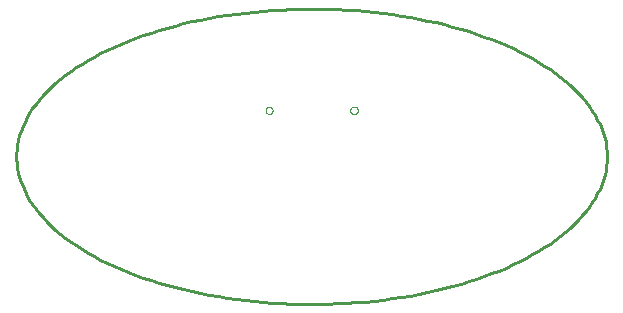
<source format=gtl>
G04 EAGLE Gerber RS-274X export*
G75*
%MOMM*%
%FSLAX34Y34*%
%LPD*%
%IN13_Board Dimensions*%
%IPPOS*%
%AMOC8*
5,1,8,0,0,1.08239X$1,22.5*%
G01*
%ADD10C,0.001000*%
%ADD11C,0.000000*%
%ADD12C,0.254000*%


D10*
X500000Y125000D02*
X499875Y128946D01*
X499502Y132888D01*
X498879Y136823D01*
X498009Y140745D01*
X496891Y144652D01*
X495527Y148539D01*
X493919Y152403D01*
X492067Y156239D01*
X489974Y160044D01*
X487642Y163815D01*
X485073Y167546D01*
X482269Y171236D01*
X479234Y174879D01*
X475971Y178472D01*
X472482Y182012D01*
X468772Y185496D01*
X464843Y188919D01*
X460701Y192278D01*
X456348Y195570D01*
X451789Y198792D01*
X447030Y201940D01*
X442074Y205012D01*
X436926Y208004D01*
X431592Y210913D01*
X426078Y213737D01*
X420387Y216472D01*
X414527Y219115D01*
X408503Y221665D01*
X402321Y224119D01*
X395987Y226474D01*
X389507Y228728D01*
X382889Y230878D01*
X376138Y232923D01*
X369261Y234860D01*
X362265Y236688D01*
X355158Y238404D01*
X347945Y240007D01*
X340635Y241496D01*
X333235Y242869D01*
X325751Y244124D01*
X318192Y245260D01*
X310566Y246276D01*
X302878Y247172D01*
X295138Y247946D01*
X287354Y248597D01*
X279531Y249125D01*
X271680Y249529D01*
X263807Y249809D01*
X255920Y249965D01*
X248027Y249996D01*
X240136Y249903D01*
X232255Y249685D01*
X224391Y249343D01*
X216553Y248876D01*
X208749Y248287D01*
X200986Y247574D01*
X193271Y246739D01*
X185613Y245783D01*
X178019Y244707D01*
X170497Y243511D01*
X163054Y242197D01*
X155698Y240766D01*
X148436Y239220D01*
X141275Y237560D01*
X134223Y235788D01*
X127286Y233905D01*
X120471Y231914D01*
X113785Y229816D01*
X107235Y227614D01*
X100828Y225309D01*
X94569Y222905D01*
X88465Y220402D01*
X82522Y217805D01*
X76746Y215115D01*
X71143Y212336D01*
X65718Y209469D01*
X60476Y206518D01*
X55424Y203486D01*
X50566Y200376D01*
X45906Y197190D01*
X41450Y193933D01*
X37202Y190607D01*
X33166Y187215D01*
X29346Y183761D01*
X25746Y180249D01*
X22369Y176682D01*
X19219Y173063D01*
X16300Y169397D01*
X13613Y165686D01*
X11162Y161934D01*
X8949Y158146D01*
X6977Y154325D01*
X5246Y150474D01*
X3760Y146598D01*
X2519Y142701D01*
X1525Y138785D01*
X778Y134857D01*
X280Y130918D01*
X31Y126973D01*
X31Y123027D01*
X280Y119082D01*
X778Y115143D01*
X1525Y111215D01*
X2519Y107299D01*
X3760Y103402D01*
X5246Y99526D01*
X6977Y95675D01*
X8949Y91854D01*
X11162Y88066D01*
X13613Y84314D01*
X16300Y80603D01*
X19219Y76937D01*
X22369Y73318D01*
X25746Y69751D01*
X29346Y66239D01*
X33166Y62785D01*
X37202Y59394D01*
X41450Y56067D01*
X45906Y52810D01*
X50566Y49624D01*
X55424Y46514D01*
X60476Y43482D01*
X65718Y40531D01*
X71143Y37664D01*
X76746Y34885D01*
X82522Y32195D01*
X88465Y29598D01*
X94569Y27096D01*
X100828Y24691D01*
X107235Y22386D01*
X113785Y20184D01*
X120471Y18086D01*
X127286Y16095D01*
X134223Y14212D01*
X141275Y12440D01*
X148436Y10780D01*
X155698Y9234D01*
X163054Y7803D01*
X170497Y6489D01*
X178019Y5293D01*
X185613Y4217D01*
X193271Y3261D01*
X200986Y2426D01*
X208749Y1713D01*
X216553Y1124D01*
X224391Y658D01*
X232255Y315D01*
X240136Y97D01*
X248027Y4D01*
X255920Y35D01*
X263807Y191D01*
X271680Y471D01*
X279531Y875D01*
X287354Y1403D01*
X295138Y2054D01*
X302878Y2828D01*
X310566Y3724D01*
X318192Y4740D01*
X325751Y5876D01*
X333235Y7131D01*
X340635Y8504D01*
X347945Y9993D01*
X355158Y11596D01*
X362265Y13312D01*
X369261Y15140D01*
X376138Y17077D01*
X382889Y19122D01*
X389507Y21272D01*
X395987Y23526D01*
X402321Y25881D01*
X408503Y28335D01*
X414527Y30885D01*
X420387Y33529D01*
X426078Y36264D01*
X431592Y39087D01*
X436926Y41996D01*
X442074Y44988D01*
X447030Y48060D01*
X451789Y51208D01*
X456348Y54430D01*
X460701Y57722D01*
X464843Y61081D01*
X468772Y64504D01*
X472482Y67988D01*
X475971Y71528D01*
X479234Y75121D01*
X482269Y78764D01*
X485073Y82454D01*
X487642Y86185D01*
X489974Y89956D01*
X492067Y93761D01*
X493919Y97597D01*
X495527Y101461D01*
X496891Y105348D01*
X498009Y109255D01*
X498879Y113178D01*
X499502Y117112D01*
X499875Y121054D01*
X500000Y125000D01*
D11*
X282750Y164000D02*
X282752Y164113D01*
X282758Y164227D01*
X282768Y164340D01*
X282782Y164452D01*
X282799Y164564D01*
X282821Y164676D01*
X282847Y164786D01*
X282876Y164896D01*
X282909Y165004D01*
X282946Y165112D01*
X282987Y165217D01*
X283031Y165322D01*
X283079Y165425D01*
X283130Y165526D01*
X283185Y165625D01*
X283244Y165722D01*
X283306Y165817D01*
X283371Y165910D01*
X283439Y166001D01*
X283510Y166089D01*
X283585Y166175D01*
X283662Y166258D01*
X283742Y166338D01*
X283825Y166415D01*
X283911Y166490D01*
X283999Y166561D01*
X284090Y166629D01*
X284183Y166694D01*
X284278Y166756D01*
X284375Y166815D01*
X284474Y166870D01*
X284575Y166921D01*
X284678Y166969D01*
X284783Y167013D01*
X284888Y167054D01*
X284996Y167091D01*
X285104Y167124D01*
X285214Y167153D01*
X285324Y167179D01*
X285436Y167201D01*
X285548Y167218D01*
X285660Y167232D01*
X285773Y167242D01*
X285887Y167248D01*
X286000Y167250D01*
X286113Y167248D01*
X286227Y167242D01*
X286340Y167232D01*
X286452Y167218D01*
X286564Y167201D01*
X286676Y167179D01*
X286786Y167153D01*
X286896Y167124D01*
X287004Y167091D01*
X287112Y167054D01*
X287217Y167013D01*
X287322Y166969D01*
X287425Y166921D01*
X287526Y166870D01*
X287625Y166815D01*
X287722Y166756D01*
X287817Y166694D01*
X287910Y166629D01*
X288001Y166561D01*
X288089Y166490D01*
X288175Y166415D01*
X288258Y166338D01*
X288338Y166258D01*
X288415Y166175D01*
X288490Y166089D01*
X288561Y166001D01*
X288629Y165910D01*
X288694Y165817D01*
X288756Y165722D01*
X288815Y165625D01*
X288870Y165526D01*
X288921Y165425D01*
X288969Y165322D01*
X289013Y165217D01*
X289054Y165112D01*
X289091Y165004D01*
X289124Y164896D01*
X289153Y164786D01*
X289179Y164676D01*
X289201Y164564D01*
X289218Y164452D01*
X289232Y164340D01*
X289242Y164227D01*
X289248Y164113D01*
X289250Y164000D01*
X289248Y163887D01*
X289242Y163773D01*
X289232Y163660D01*
X289218Y163548D01*
X289201Y163436D01*
X289179Y163324D01*
X289153Y163214D01*
X289124Y163104D01*
X289091Y162996D01*
X289054Y162888D01*
X289013Y162783D01*
X288969Y162678D01*
X288921Y162575D01*
X288870Y162474D01*
X288815Y162375D01*
X288756Y162278D01*
X288694Y162183D01*
X288629Y162090D01*
X288561Y161999D01*
X288490Y161911D01*
X288415Y161825D01*
X288338Y161742D01*
X288258Y161662D01*
X288175Y161585D01*
X288089Y161510D01*
X288001Y161439D01*
X287910Y161371D01*
X287817Y161306D01*
X287722Y161244D01*
X287625Y161185D01*
X287526Y161130D01*
X287425Y161079D01*
X287322Y161031D01*
X287217Y160987D01*
X287112Y160946D01*
X287004Y160909D01*
X286896Y160876D01*
X286786Y160847D01*
X286676Y160821D01*
X286564Y160799D01*
X286452Y160782D01*
X286340Y160768D01*
X286227Y160758D01*
X286113Y160752D01*
X286000Y160750D01*
X285887Y160752D01*
X285773Y160758D01*
X285660Y160768D01*
X285548Y160782D01*
X285436Y160799D01*
X285324Y160821D01*
X285214Y160847D01*
X285104Y160876D01*
X284996Y160909D01*
X284888Y160946D01*
X284783Y160987D01*
X284678Y161031D01*
X284575Y161079D01*
X284474Y161130D01*
X284375Y161185D01*
X284278Y161244D01*
X284183Y161306D01*
X284090Y161371D01*
X283999Y161439D01*
X283911Y161510D01*
X283825Y161585D01*
X283742Y161662D01*
X283662Y161742D01*
X283585Y161825D01*
X283510Y161911D01*
X283439Y161999D01*
X283371Y162090D01*
X283306Y162183D01*
X283244Y162278D01*
X283185Y162375D01*
X283130Y162474D01*
X283079Y162575D01*
X283031Y162678D01*
X282987Y162783D01*
X282946Y162888D01*
X282909Y162996D01*
X282876Y163104D01*
X282847Y163214D01*
X282821Y163324D01*
X282799Y163436D01*
X282782Y163548D01*
X282768Y163660D01*
X282758Y163773D01*
X282752Y163887D01*
X282750Y164000D01*
X211000Y164000D02*
X211002Y164109D01*
X211008Y164218D01*
X211018Y164326D01*
X211032Y164434D01*
X211049Y164542D01*
X211071Y164649D01*
X211096Y164755D01*
X211126Y164859D01*
X211159Y164963D01*
X211196Y165066D01*
X211236Y165167D01*
X211280Y165266D01*
X211328Y165364D01*
X211380Y165461D01*
X211434Y165555D01*
X211492Y165647D01*
X211554Y165737D01*
X211619Y165824D01*
X211686Y165910D01*
X211757Y165993D01*
X211831Y166073D01*
X211908Y166150D01*
X211987Y166225D01*
X212069Y166296D01*
X212154Y166365D01*
X212241Y166430D01*
X212330Y166493D01*
X212422Y166551D01*
X212516Y166607D01*
X212611Y166659D01*
X212709Y166708D01*
X212808Y166753D01*
X212909Y166795D01*
X213011Y166832D01*
X213114Y166866D01*
X213219Y166897D01*
X213325Y166923D01*
X213431Y166946D01*
X213539Y166964D01*
X213647Y166979D01*
X213755Y166990D01*
X213864Y166997D01*
X213973Y167000D01*
X214082Y166999D01*
X214191Y166994D01*
X214299Y166985D01*
X214407Y166972D01*
X214515Y166955D01*
X214622Y166935D01*
X214728Y166910D01*
X214833Y166882D01*
X214937Y166850D01*
X215040Y166814D01*
X215142Y166774D01*
X215242Y166731D01*
X215340Y166684D01*
X215437Y166634D01*
X215531Y166580D01*
X215624Y166522D01*
X215715Y166462D01*
X215803Y166398D01*
X215889Y166331D01*
X215972Y166261D01*
X216053Y166188D01*
X216131Y166112D01*
X216206Y166033D01*
X216279Y165951D01*
X216348Y165867D01*
X216414Y165781D01*
X216477Y165692D01*
X216537Y165601D01*
X216594Y165508D01*
X216647Y165413D01*
X216696Y165316D01*
X216742Y165217D01*
X216784Y165117D01*
X216823Y165015D01*
X216858Y164911D01*
X216889Y164807D01*
X216917Y164702D01*
X216940Y164595D01*
X216960Y164488D01*
X216976Y164380D01*
X216988Y164272D01*
X216996Y164163D01*
X217000Y164054D01*
X217000Y163946D01*
X216996Y163837D01*
X216988Y163728D01*
X216976Y163620D01*
X216960Y163512D01*
X216940Y163405D01*
X216917Y163298D01*
X216889Y163193D01*
X216858Y163089D01*
X216823Y162985D01*
X216784Y162883D01*
X216742Y162783D01*
X216696Y162684D01*
X216647Y162587D01*
X216594Y162492D01*
X216537Y162399D01*
X216477Y162308D01*
X216414Y162219D01*
X216348Y162133D01*
X216279Y162049D01*
X216206Y161967D01*
X216131Y161888D01*
X216053Y161812D01*
X215972Y161739D01*
X215889Y161669D01*
X215803Y161602D01*
X215715Y161538D01*
X215624Y161478D01*
X215531Y161420D01*
X215437Y161366D01*
X215340Y161316D01*
X215242Y161269D01*
X215142Y161226D01*
X215040Y161186D01*
X214937Y161150D01*
X214833Y161118D01*
X214728Y161090D01*
X214622Y161065D01*
X214515Y161045D01*
X214407Y161028D01*
X214299Y161015D01*
X214191Y161006D01*
X214082Y161001D01*
X213973Y161000D01*
X213864Y161003D01*
X213755Y161010D01*
X213647Y161021D01*
X213539Y161036D01*
X213431Y161054D01*
X213325Y161077D01*
X213219Y161103D01*
X213114Y161134D01*
X213011Y161168D01*
X212909Y161205D01*
X212808Y161247D01*
X212709Y161292D01*
X212611Y161341D01*
X212516Y161393D01*
X212422Y161449D01*
X212330Y161507D01*
X212241Y161570D01*
X212154Y161635D01*
X212069Y161704D01*
X211987Y161775D01*
X211908Y161850D01*
X211831Y161927D01*
X211757Y162007D01*
X211686Y162090D01*
X211619Y162176D01*
X211554Y162263D01*
X211492Y162353D01*
X211434Y162445D01*
X211380Y162539D01*
X211328Y162636D01*
X211280Y162734D01*
X211236Y162833D01*
X211196Y162934D01*
X211159Y163037D01*
X211126Y163141D01*
X211096Y163245D01*
X211071Y163351D01*
X211049Y163458D01*
X211032Y163566D01*
X211018Y163674D01*
X211008Y163782D01*
X211002Y163891D01*
X211000Y164000D01*
D12*
X31Y123027D02*
X280Y119082D01*
X778Y115143D01*
X1525Y111215D01*
X2519Y107299D01*
X3760Y103402D01*
X5246Y99526D01*
X6977Y95675D01*
X8949Y91854D01*
X11162Y88066D01*
X13613Y84314D01*
X16300Y80603D01*
X19219Y76937D01*
X22369Y73318D01*
X25746Y69751D01*
X29346Y66239D01*
X33166Y62785D01*
X37202Y59394D01*
X41450Y56067D01*
X45906Y52810D01*
X50566Y49624D01*
X55424Y46514D01*
X60476Y43482D01*
X65718Y40531D01*
X71143Y37664D01*
X76746Y34885D01*
X82522Y32195D01*
X88465Y29598D01*
X94569Y27096D01*
X100828Y24691D01*
X107235Y22386D01*
X113785Y20184D01*
X120471Y18086D01*
X127286Y16095D01*
X134223Y14212D01*
X141275Y12440D01*
X148436Y10780D01*
X155698Y9234D01*
X163054Y7803D01*
X170497Y6489D01*
X178019Y5293D01*
X185613Y4217D01*
X193271Y3261D01*
X200986Y2426D01*
X208749Y1713D01*
X216553Y1124D01*
X224391Y658D01*
X232255Y315D01*
X240136Y97D01*
X248027Y4D01*
X255920Y35D01*
X263807Y191D01*
X271680Y471D01*
X279531Y875D01*
X287354Y1403D01*
X295138Y2054D01*
X302878Y2828D01*
X310566Y3724D01*
X318192Y4740D01*
X325751Y5876D01*
X333235Y7131D01*
X340635Y8504D01*
X347945Y9993D01*
X355158Y11596D01*
X362265Y13312D01*
X369261Y15140D01*
X376138Y17077D01*
X382889Y19122D01*
X389507Y21272D01*
X395987Y23526D01*
X402321Y25881D01*
X408503Y28335D01*
X414527Y30885D01*
X420387Y33529D01*
X426078Y36264D01*
X431592Y39087D01*
X436926Y41996D01*
X442074Y44988D01*
X447030Y48060D01*
X451789Y51208D01*
X456348Y54430D01*
X460701Y57722D01*
X464843Y61081D01*
X468772Y64504D01*
X472482Y67988D01*
X475971Y71528D01*
X479234Y75121D01*
X482269Y78764D01*
X485073Y82454D01*
X487642Y86185D01*
X489974Y89956D01*
X492067Y93761D01*
X493919Y97597D01*
X495527Y101461D01*
X496891Y105348D01*
X498009Y109255D01*
X498879Y113178D01*
X499502Y117112D01*
X499875Y121054D01*
X500000Y125000D01*
X499875Y128946D01*
X499502Y132888D01*
X498879Y136823D01*
X498009Y140745D01*
X496891Y144652D01*
X495527Y148539D01*
X493919Y152403D01*
X492067Y156239D01*
X489974Y160044D01*
X487642Y163815D01*
X485073Y167546D01*
X482269Y171236D01*
X479234Y174879D01*
X475971Y178472D01*
X472482Y182012D01*
X468772Y185496D01*
X464843Y188919D01*
X460701Y192278D01*
X456348Y195570D01*
X451789Y198792D01*
X447030Y201940D01*
X442074Y205012D01*
X436926Y208004D01*
X431592Y210913D01*
X426078Y213737D01*
X420387Y216472D01*
X414527Y219115D01*
X408503Y221665D01*
X402321Y224119D01*
X395987Y226474D01*
X389507Y228728D01*
X382889Y230878D01*
X376138Y232923D01*
X369261Y234860D01*
X362265Y236688D01*
X355158Y238404D01*
X347945Y240007D01*
X340635Y241496D01*
X333235Y242869D01*
X325751Y244124D01*
X318192Y245260D01*
X310566Y246276D01*
X302878Y247172D01*
X295138Y247946D01*
X287354Y248597D01*
X279531Y249125D01*
X271680Y249529D01*
X263807Y249809D01*
X255920Y249965D01*
X248027Y249996D01*
X240136Y249903D01*
X232255Y249685D01*
X224391Y249343D01*
X216553Y248876D01*
X208749Y248287D01*
X200986Y247574D01*
X193271Y246739D01*
X185613Y245783D01*
X178019Y244707D01*
X170497Y243511D01*
X163054Y242197D01*
X155698Y240766D01*
X148436Y239220D01*
X141275Y237560D01*
X134223Y235788D01*
X127286Y233905D01*
X120471Y231914D01*
X113785Y229816D01*
X107235Y227614D01*
X100828Y225309D01*
X94569Y222905D01*
X88465Y220402D01*
X82522Y217805D01*
X76746Y215115D01*
X71143Y212336D01*
X65718Y209469D01*
X60476Y206518D01*
X55424Y203486D01*
X50566Y200376D01*
X45906Y197190D01*
X41450Y193933D01*
X37202Y190607D01*
X33166Y187215D01*
X29346Y183761D01*
X25746Y180249D01*
X22369Y176682D01*
X19219Y173063D01*
X16300Y169397D01*
X13613Y165686D01*
X11162Y161934D01*
X8949Y158146D01*
X6977Y154325D01*
X5246Y150474D01*
X3760Y146598D01*
X2519Y142701D01*
X1525Y138785D01*
X778Y134857D01*
X280Y130918D01*
X31Y126973D01*
X31Y123027D01*
M02*

</source>
